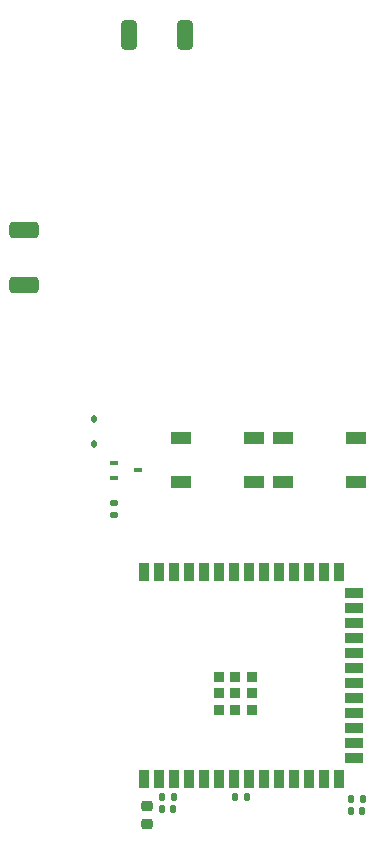
<source format=gbr>
%TF.GenerationSoftware,KiCad,Pcbnew,7.0.1*%
%TF.CreationDate,2023-04-13T16:06:33-04:00*%
%TF.ProjectId,IoT Lightswitch,496f5420-4c69-4676-9874-737769746368,rev?*%
%TF.SameCoordinates,Original*%
%TF.FileFunction,Paste,Top*%
%TF.FilePolarity,Positive*%
%FSLAX46Y46*%
G04 Gerber Fmt 4.6, Leading zero omitted, Abs format (unit mm)*
G04 Created by KiCad (PCBNEW 7.0.1) date 2023-04-13 16:06:33*
%MOMM*%
%LPD*%
G01*
G04 APERTURE LIST*
G04 Aperture macros list*
%AMRoundRect*
0 Rectangle with rounded corners*
0 $1 Rounding radius*
0 $2 $3 $4 $5 $6 $7 $8 $9 X,Y pos of 4 corners*
0 Add a 4 corners polygon primitive as box body*
4,1,4,$2,$3,$4,$5,$6,$7,$8,$9,$2,$3,0*
0 Add four circle primitives for the rounded corners*
1,1,$1+$1,$2,$3*
1,1,$1+$1,$4,$5*
1,1,$1+$1,$6,$7*
1,1,$1+$1,$8,$9*
0 Add four rect primitives between the rounded corners*
20,1,$1+$1,$2,$3,$4,$5,0*
20,1,$1+$1,$4,$5,$6,$7,0*
20,1,$1+$1,$6,$7,$8,$9,0*
20,1,$1+$1,$8,$9,$2,$3,0*%
G04 Aperture macros list end*
%ADD10R,1.800000X1.100000*%
%ADD11RoundRect,0.350000X-0.900000X0.350000X-0.900000X-0.350000X0.900000X-0.350000X0.900000X0.350000X0*%
%ADD12RoundRect,0.350000X-0.350000X-0.900000X0.350000X-0.900000X0.350000X0.900000X-0.350000X0.900000X0*%
%ADD13RoundRect,0.135000X-0.185000X0.135000X-0.185000X-0.135000X0.185000X-0.135000X0.185000X0.135000X0*%
%ADD14RoundRect,0.112500X-0.112500X0.187500X-0.112500X-0.187500X0.112500X-0.187500X0.112500X0.187500X0*%
%ADD15RoundRect,0.147500X-0.147500X-0.172500X0.147500X-0.172500X0.147500X0.172500X-0.147500X0.172500X0*%
%ADD16RoundRect,0.135000X0.135000X0.185000X-0.135000X0.185000X-0.135000X-0.185000X0.135000X-0.185000X0*%
%ADD17RoundRect,0.140000X0.140000X0.170000X-0.140000X0.170000X-0.140000X-0.170000X0.140000X-0.170000X0*%
%ADD18R,0.700000X0.450000*%
%ADD19R,0.900000X0.900000*%
%ADD20R,0.900000X1.500000*%
%ADD21R,1.500000X0.900000*%
%ADD22RoundRect,0.225000X-0.250000X0.225000X-0.250000X-0.225000X0.250000X-0.225000X0.250000X0.225000X0*%
G04 APERTURE END LIST*
D10*
%TO.C,BOOT*%
X169493000Y-87939000D03*
X175693000Y-87939000D03*
X169493000Y-91639000D03*
X175693000Y-91639000D03*
%TD*%
D11*
%TO.C,F1*%
X147574000Y-70294000D03*
X147574000Y-74994000D03*
%TD*%
D10*
%TO.C,RST*%
X167057000Y-91639000D03*
X160857000Y-91639000D03*
X167057000Y-87939000D03*
X160857000Y-87939000D03*
%TD*%
D12*
%TO.C,F3*%
X156527000Y-53848000D03*
X161227000Y-53848000D03*
%TD*%
D13*
%TO.C,R2*%
X155194000Y-93470000D03*
X155194000Y-94490000D03*
%TD*%
D14*
%TO.C,D1*%
X153543000Y-86326000D03*
X153543000Y-88426000D03*
%TD*%
D15*
%TO.C,D2*%
X175283000Y-119507000D03*
X176253000Y-119507000D03*
%TD*%
D16*
%TO.C,R4*%
X176278000Y-118491000D03*
X175258000Y-118491000D03*
%TD*%
D17*
%TO.C,C1*%
X160246000Y-119380000D03*
X159286000Y-119380000D03*
%TD*%
D16*
%TO.C,R3*%
X166499000Y-118364000D03*
X165479000Y-118364000D03*
%TD*%
D18*
%TO.C,Q1*%
X155210000Y-90028000D03*
X155210000Y-91328000D03*
X157210000Y-90678000D03*
%TD*%
D19*
%TO.C,U1*%
X164078000Y-110950000D03*
X165478000Y-110950000D03*
X166878000Y-110950000D03*
X164078000Y-109550000D03*
X165478000Y-109550000D03*
X166878000Y-109550000D03*
X164078000Y-108150000D03*
X165478000Y-108150000D03*
X166878000Y-108150000D03*
D20*
X157758000Y-116800000D03*
X159028000Y-116800000D03*
X160298000Y-116800000D03*
X161568000Y-116800000D03*
X162838000Y-116800000D03*
X164108000Y-116800000D03*
X165378000Y-116800000D03*
X166648000Y-116800000D03*
X167918000Y-116800000D03*
X169188000Y-116800000D03*
X170458000Y-116800000D03*
X171728000Y-116800000D03*
X172998000Y-116800000D03*
X174268000Y-116800000D03*
D21*
X175518000Y-115035000D03*
X175518000Y-113765000D03*
X175518000Y-112495000D03*
X175518000Y-111225000D03*
X175518000Y-109955000D03*
X175518000Y-108685000D03*
X175518000Y-107415000D03*
X175518000Y-106145000D03*
X175518000Y-104875000D03*
X175518000Y-103605000D03*
X175518000Y-102335000D03*
X175518000Y-101065000D03*
D20*
X174268000Y-99300000D03*
X172998000Y-99300000D03*
X171728000Y-99300000D03*
X170458000Y-99300000D03*
X169188000Y-99300000D03*
X167918000Y-99300000D03*
X166648000Y-99300000D03*
X165378000Y-99300000D03*
X164108000Y-99300000D03*
X162838000Y-99300000D03*
X161568000Y-99300000D03*
X160298000Y-99300000D03*
X159028000Y-99300000D03*
X157758000Y-99300000D03*
%TD*%
D16*
%TO.C,R1*%
X160276000Y-118364000D03*
X159256000Y-118364000D03*
%TD*%
D22*
%TO.C,C3*%
X157988000Y-119113000D03*
X157988000Y-120663000D03*
%TD*%
M02*

</source>
